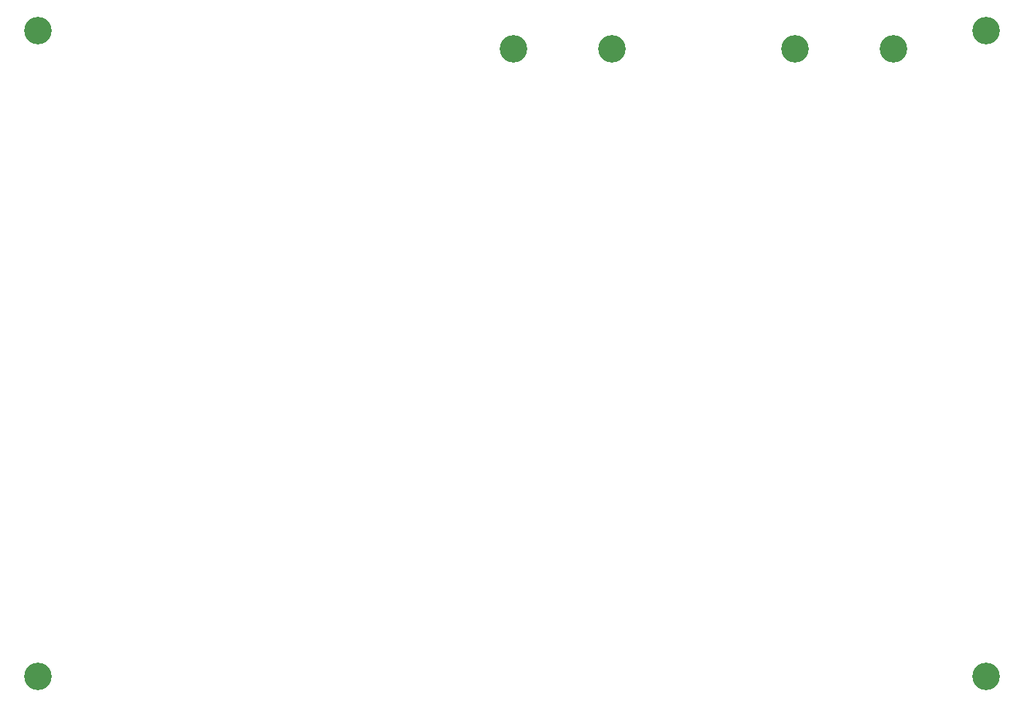
<source format=gbr>
%TF.GenerationSoftware,KiCad,Pcbnew,7.0.10*%
%TF.CreationDate,2024-03-07T20:10:07-06:00*%
%TF.ProjectId,Coax Switch Controller,436f6178-2053-4776-9974-636820436f6e,1.0*%
%TF.SameCoordinates,Original*%
%TF.FileFunction,NonPlated,1,2,NPTH,Drill*%
%TF.FilePolarity,Positive*%
%FSLAX46Y46*%
G04 Gerber Fmt 4.6, Leading zero omitted, Abs format (unit mm)*
G04 Created by KiCad (PCBNEW 7.0.10) date 2024-03-07 20:10:07*
%MOMM*%
%LPD*%
G01*
G04 APERTURE LIST*
%TA.AperFunction,ComponentDrill*%
%ADD10C,3.200000*%
%TD*%
G04 APERTURE END LIST*
D10*
%TO.C,H2*%
X92384000Y-62670000D03*
%TO.C,H4*%
X92384000Y-137670000D03*
%TO.C,J2*%
X147538500Y-64790000D03*
X158968500Y-64790000D03*
%TO.C,J1*%
X180256500Y-64790000D03*
X191686500Y-64790000D03*
%TO.C,H1*%
X202384000Y-62670000D03*
%TO.C,H3*%
X202384000Y-137670000D03*
M02*

</source>
